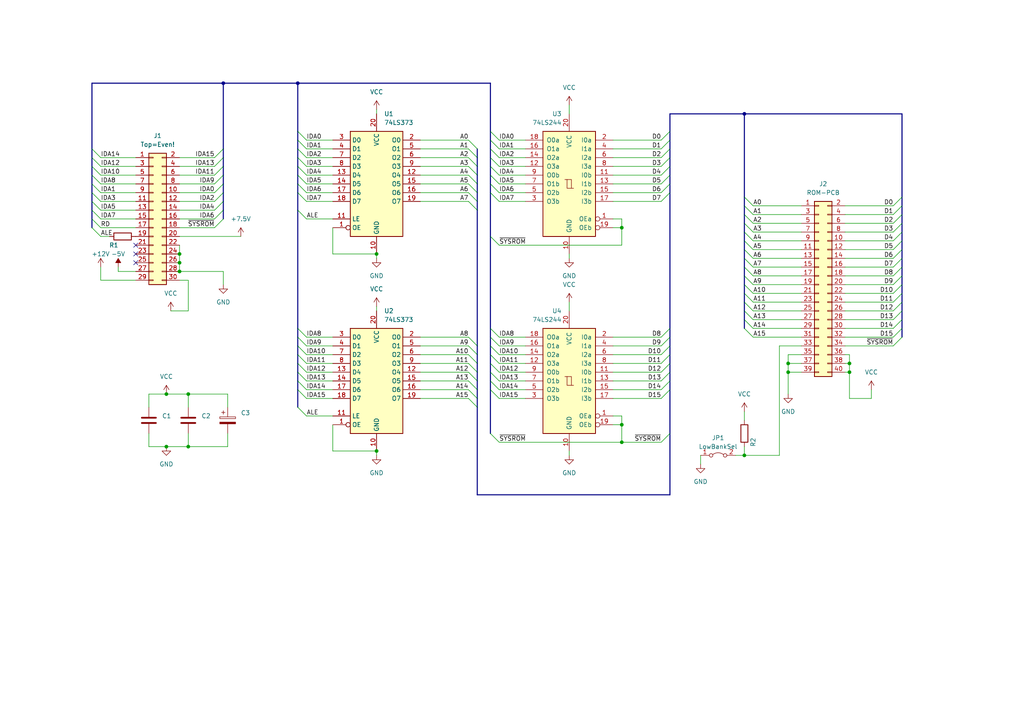
<source format=kicad_sch>
(kicad_sch (version 20230121) (generator eeschema)
  (paper "A4")
  (lib_symbols
    (symbol "74xx:74LS244" (pin_names (offset 1.016))
      (property "Reference" "U" (at -7.62 16.51 0))
      (property "Value" "74LS244" (at -7.62 -16.51 0))
      (symbol "74LS244_1_0"
        (polyline (pts (xy -0.635 -1.27) (xy -0.635 1.27) (xy 0.635 1.27)))
        (polyline (pts (xy -1.27 -1.27) (xy 0.635 -1.27) (xy 0.635 1.27) (xy 1.27 1.27)))
        (pin input inverted (at -12.7 -10.16 0) (length 5.08) (name "OEa") (number "1"))
        (pin power_in line (at 0 -20.32 90) (length 5.08) (name "GND") (number "10"))
        (pin input line (at -12.7 2.54 0) (length 5.08) (name "I0b") (number "11"))
        (pin tri_state line (at 12.7 5.08 180) (length 5.08) (name "O3a") (number "12"))
        (pin input line (at -12.7 0 0) (length 5.08) (name "I1b") (number "13"))
        (pin tri_state line (at 12.7 7.62 180) (length 5.08) (name "O2a") (number "14"))
        (pin input line (at -12.7 -2.54 0) (length 5.08) (name "I2b") (number "15"))
        (pin tri_state line (at 12.7 10.16 180) (length 5.08) (name "O1a") (number "16"))
        (pin input line (at -12.7 -5.08 0) (length 5.08) (name "I3b") (number "17"))
        (pin tri_state line (at 12.7 12.7 180) (length 5.08) (name "O0a") (number "18"))
        (pin input inverted (at -12.7 -12.7 0) (length 5.08) (name "OEb") (number "19"))
        (pin input line (at -12.7 12.7 0) (length 5.08) (name "I0a") (number "2"))
        (pin power_in line (at 0 20.32 270) (length 5.08) (name "VCC") (number "20"))
        (pin tri_state line (at 12.7 -5.08 180) (length 5.08) (name "O3b") (number "3"))
        (pin input line (at -12.7 10.16 0) (length 5.08) (name "I1a") (number "4"))
        (pin tri_state line (at 12.7 -2.54 180) (length 5.08) (name "O2b") (number "5"))
        (pin input line (at -12.7 7.62 0) (length 5.08) (name "I2a") (number "6"))
        (pin tri_state line (at 12.7 0 180) (length 5.08) (name "O1b") (number "7"))
        (pin input line (at -12.7 5.08 0) (length 5.08) (name "I3a") (number "8"))
        (pin tri_state line (at 12.7 2.54 180) (length 5.08) (name "O0b") (number "9"))
      )
      (symbol "74LS244_1_1"
        (rectangle (start -7.62 15.24) (end 7.62 -15.24) (stroke (width 0.254)) (fill (type background)))
      )
    )
    (symbol "74xx:74LS373"
      (property "Reference" "U" (at -7.62 16.51 0))
      (property "Value" "74LS373" (at -7.62 -16.51 0))
      (symbol "74LS373_1_0"
        (pin input inverted (at -12.7 -12.7 0) (length 5.08) (name "OE") (number "1"))
        (pin power_in line (at 0 -20.32 90) (length 5.08) (name "GND") (number "10"))
        (pin input line (at -12.7 -10.16 0) (length 5.08) (name "LE") (number "11"))
        (pin tri_state line (at 12.7 2.54 180) (length 5.08) (name "O4") (number "12"))
        (pin input line (at -12.7 2.54 0) (length 5.08) (name "D4") (number "13"))
        (pin input line (at -12.7 0 0) (length 5.08) (name "D5") (number "14"))
        (pin tri_state line (at 12.7 0 180) (length 5.08) (name "O5") (number "15"))
        (pin tri_state line (at 12.7 -2.54 180) (length 5.08) (name "O6") (number "16"))
        (pin input line (at -12.7 -2.54 0) (length 5.08) (name "D6") (number "17"))
        (pin input line (at -12.7 -5.08 0) (length 5.08) (name "D7") (number "18"))
        (pin tri_state line (at 12.7 -5.08 180) (length 5.08) (name "O7") (number "19"))
        (pin tri_state line (at 12.7 12.7 180) (length 5.08) (name "O0") (number "2"))
        (pin power_in line (at 0 20.32 270) (length 5.08) (name "VCC") (number "20"))
        (pin input line (at -12.7 12.7 0) (length 5.08) (name "D0") (number "3"))
        (pin input line (at -12.7 10.16 0) (length 5.08) (name "D1") (number "4"))
        (pin tri_state line (at 12.7 10.16 180) (length 5.08) (name "O1") (number "5"))
        (pin tri_state line (at 12.7 7.62 180) (length 5.08) (name "O2") (number "6"))
        (pin input line (at -12.7 7.62 0) (length 5.08) (name "D2") (number "7"))
        (pin input line (at -12.7 5.08 0) (length 5.08) (name "D3") (number "8"))
        (pin tri_state line (at 12.7 5.08 180) (length 5.08) (name "O3") (number "9"))
      )
      (symbol "74LS373_1_1"
        (rectangle (start -7.62 15.24) (end 7.62 -15.24) (stroke (width 0.254)) (fill (type background)))
      )
    )
    (symbol "Connector_Generic:Conn_02x15_Odd_Even" (pin_names (offset 1.016) hide)
      (property "Reference" "J" (at 1.27 20.32 0))
      (property "Value" "Conn_02x15_Odd_Even" (at 1.27 -20.32 0))
      (symbol "Conn_02x15_Odd_Even_1_1"
        (rectangle (start -1.27 -17.653) (end 0 -17.907) (stroke (width 0.1524)))
        (rectangle (start -1.27 -15.113) (end 0 -15.367) (stroke (width 0.1524)))
        (rectangle (start -1.27 -12.573) (end 0 -12.827) (stroke (width 0.1524)))
        (rectangle (start -1.27 -10.033) (end 0 -10.287) (stroke (width 0.1524)))
        (rectangle (start -1.27 -7.493) (end 0 -7.747) (stroke (width 0.1524)))
        (rectangle (start -1.27 -4.953) (end 0 -5.207) (stroke (width 0.1524)))
        (rectangle (start -1.27 -2.413) (end 0 -2.667) (stroke (width 0.1524)))
        (rectangle (start -1.27 0.127) (end 0 -0.127) (stroke (width 0.1524)))
        (rectangle (start -1.27 2.667) (end 0 2.413) (stroke (width 0.1524)))
        (rectangle (start -1.27 5.207) (end 0 4.953) (stroke (width 0.1524)))
        (rectangle (start -1.27 7.747) (end 0 7.493) (stroke (width 0.1524)))
        (rectangle (start -1.27 10.287) (end 0 10.033) (stroke (width 0.1524)))
        (rectangle (start -1.27 12.827) (end 0 12.573) (stroke (width 0.1524)))
        (rectangle (start -1.27 15.367) (end 0 15.113) (stroke (width 0.1524)))
        (rectangle (start -1.27 17.907) (end 0 17.653) (stroke (width 0.1524)))
        (rectangle (start -1.27 19.05) (end 3.81 -19.05) (stroke (width 0.254)) (fill (type background)))
        (rectangle (start 3.81 -17.653) (end 2.54 -17.907) (stroke (width 0.1524)))
        (rectangle (start 3.81 -15.113) (end 2.54 -15.367) (stroke (width 0.1524)))
        (rectangle (start 3.81 -12.573) (end 2.54 -12.827) (stroke (width 0.1524)))
        (rectangle (start 3.81 -10.033) (end 2.54 -10.287) (stroke (width 0.1524)))
        (rectangle (start 3.81 -7.493) (end 2.54 -7.747) (stroke (width 0.1524)))
        (rectangle (start 3.81 -4.953) (end 2.54 -5.207) (stroke (width 0.1524)))
        (rectangle (start 3.81 -2.413) (end 2.54 -2.667) (stroke (width 0.1524)))
        (rectangle (start 3.81 0.127) (end 2.54 -0.127) (stroke (width 0.1524)))
        (rectangle (start 3.81 2.667) (end 2.54 2.413) (stroke (width 0.1524)))
        (rectangle (start 3.81 5.207) (end 2.54 4.953) (stroke (width 0.1524)))
        (rectangle (start 3.81 7.747) (end 2.54 7.493) (stroke (width 0.1524)))
        (rectangle (start 3.81 10.287) (end 2.54 10.033) (stroke (width 0.1524)))
        (rectangle (start 3.81 12.827) (end 2.54 12.573) (stroke (width 0.1524)))
        (rectangle (start 3.81 15.367) (end 2.54 15.113) (stroke (width 0.1524)))
        (rectangle (start 3.81 17.907) (end 2.54 17.653) (stroke (width 0.1524)))
        (pin passive line (at -5.08 17.78 0) (length 3.81) (name "Pin_1") (number "1"))
        (pin passive line (at 7.62 7.62 180) (length 3.81) (name "Pin_10") (number "10"))
        (pin passive line (at -5.08 5.08 0) (length 3.81) (name "Pin_11") (number "11"))
        (pin passive line (at 7.62 5.08 180) (length 3.81) (name "Pin_12") (number "12"))
        (pin passive line (at -5.08 2.54 0) (length 3.81) (name "Pin_13") (number "13"))
        (pin passive line (at 7.62 2.54 180) (length 3.81) (name "Pin_14") (number "14"))
        (pin passive line (at -5.08 0 0) (length 3.81) (name "Pin_15") (number "15"))
        (pin passive line (at 7.62 0 180) (length 3.81) (name "Pin_16") (number "16"))
        (pin passive line (at -5.08 -2.54 0) (length 3.81) (name "Pin_17") (number "17"))
        (pin passive line (at 7.62 -2.54 180) (length 3.81) (name "Pin_18") (number "18"))
        (pin passive line (at -5.08 -5.08 0) (length 3.81) (name "Pin_19") (number "19"))
        (pin passive line (at 7.62 17.78 180) (length 3.81) (name "Pin_2") (number "2"))
        (pin passive line (at 7.62 -5.08 180) (length 3.81) (name "Pin_20") (number "20"))
        (pin passive line (at -5.08 -7.62 0) (length 3.81) (name "Pin_21") (number "21"))
        (pin passive line (at 7.62 -7.62 180) (length 3.81) (name "Pin_22") (number "22"))
        (pin passive line (at -5.08 -10.16 0) (length 3.81) (name "Pin_23") (number "23"))
        (pin passive line (at 7.62 -10.16 180) (length 3.81) (name "Pin_24") (number "24"))
        (pin passive line (at -5.08 -12.7 0) (length 3.81) (name "Pin_25") (number "25"))
        (pin passive line (at 7.62 -12.7 180) (length 3.81) (name "Pin_26") (number "26"))
        (pin passive line (at -5.08 -15.24 0) (length 3.81) (name "Pin_27") (number "27"))
        (pin passive line (at 7.62 -15.24 180) (length 3.81) (name "Pin_28") (number "28"))
        (pin passive line (at -5.08 -17.78 0) (length 3.81) (name "Pin_29") (number "29"))
        (pin passive line (at -5.08 15.24 0) (length 3.81) (name "Pin_3") (number "3"))
        (pin passive line (at 7.62 -17.78 180) (length 3.81) (name "Pin_30") (number "30"))
        (pin passive line (at 7.62 15.24 180) (length 3.81) (name "Pin_4") (number "4"))
        (pin passive line (at -5.08 12.7 0) (length 3.81) (name "Pin_5") (number "5"))
        (pin passive line (at 7.62 12.7 180) (length 3.81) (name "Pin_6") (number "6"))
        (pin passive line (at -5.08 10.16 0) (length 3.81) (name "Pin_7") (number "7"))
        (pin passive line (at 7.62 10.16 180) (length 3.81) (name "Pin_8") (number "8"))
        (pin passive line (at -5.08 7.62 0) (length 3.81) (name "Pin_9") (number "9"))
      )
    )
    (symbol "Connector_Generic:Conn_02x20_Odd_Even" (pin_names (offset 1.016) hide)
      (property "Reference" "J" (at 1.27 25.4 0))
      (property "Value" "Conn_02x20_Odd_Even" (at 1.27 -27.94 0))
      (symbol "Conn_02x20_Odd_Even_1_1"
        (rectangle (start -1.27 -25.273) (end 0 -25.527) (stroke (width 0.1524)))
        (rectangle (start -1.27 -22.733) (end 0 -22.987) (stroke (width 0.1524)))
        (rectangle (start -1.27 -20.193) (end 0 -20.447) (stroke (width 0.1524)))
        (rectangle (start -1.27 -17.653) (end 0 -17.907) (stroke (width 0.1524)))
        (rectangle (start -1.27 -15.113) (end 0 -15.367) (stroke (width 0.1524)))
        (rectangle (start -1.27 -12.573) (end 0 -12.827) (stroke (width 0.1524)))
        (rectangle (start -1.27 -10.033) (end 0 -10.287) (stroke (width 0.1524)))
        (rectangle (start -1.27 -7.493) (end 0 -7.747) (stroke (width 0.1524)))
        (rectangle (start -1.27 -4.953) (end 0 -5.207) (stroke (width 0.1524)))
        (rectangle (start -1.27 -2.413) (end 0 -2.667) (stroke (width 0.1524)))
        (rectangle (start -1.27 0.127) (end 0 -0.127) (stroke (width 0.1524)))
        (rectangle (start -1.27 2.667) (end 0 2.413) (stroke (width 0.1524)))
        (rectangle (start -1.27 5.207) (end 0 4.953) (stroke (width 0.1524)))
        (rectangle (start -1.27 7.747) (end 0 7.493) (stroke (width 0.1524)))
        (rectangle (start -1.27 10.287) (end 0 10.033) (stroke (width 0.1524)))
        (rectangle (start -1.27 12.827) (end 0 12.573) (stroke (width 0.1524)))
        (rectangle (start -1.27 15.367) (end 0 15.113) (stroke (width 0.1524)))
        (rectangle (start -1.27 17.907) (end 0 17.653) (stroke (width 0.1524)))
        (rectangle (start -1.27 20.447) (end 0 20.193) (stroke (width 0.1524)))
        (rectangle (start -1.27 22.987) (end 0 22.733) (stroke (width 0.1524)))
        (rectangle (start -1.27 24.13) (end 3.81 -26.67) (stroke (width 0.254)) (fill (type background)))
        (rectangle (start 3.81 -25.273) (end 2.54 -25.527) (stroke (width 0.1524)))
        (rectangle (start 3.81 -22.733) (end 2.54 -22.987) (stroke (width 0.1524)))
        (rectangle (start 3.81 -20.193) (end 2.54 -20.447) (stroke (width 0.1524)))
        (rectangle (start 3.81 -17.653) (end 2.54 -17.907) (stroke (width 0.1524)))
        (rectangle (start 3.81 -15.113) (end 2.54 -15.367) (stroke (width 0.1524)))
        (rectangle (start 3.81 -12.573) (end 2.54 -12.827) (stroke (width 0.1524)))
        (rectangle (start 3.81 -10.033) (end 2.54 -10.287) (stroke (width 0.1524)))
        (rectangle (start 3.81 -7.493) (end 2.54 -7.747) (stroke (width 0.1524)))
        (rectangle (start 3.81 -4.953) (end 2.54 -5.207) (stroke (width 0.1524)))
        (rectangle (start 3.81 -2.413) (end 2.54 -2.667) (stroke (width 0.1524)))
        (rectangle (start 3.81 0.127) (end 2.54 -0.127) (stroke (width 0.1524)))
        (rectangle (start 3.81 2.667) (end 2.54 2.413) (stroke (width 0.1524)))
        (rectangle (start 3.81 5.207) (end 2.54 4.953) (stroke (width 0.1524)))
        (rectangle (start 3.81 7.747) (end 2.54 7.493) (stroke (width 0.1524)))
        (rectangle (start 3.81 10.287) (end 2.54 10.033) (stroke (width 0.1524)))
        (rectangle (start 3.81 12.827) (end 2.54 12.573) (stroke (width 0.1524)))
        (rectangle (start 3.81 15.367) (end 2.54 15.113) (stroke (width 0.1524)))
        (rectangle (start 3.81 17.907) (end 2.54 17.653) (stroke (width 0.1524)))
        (rectangle (start 3.81 20.447) (end 2.54 20.193) (stroke (width 0.1524)))
        (rectangle (start 3.81 22.987) (end 2.54 22.733) (stroke (width 0.1524)))
        (pin passive line (at -5.08 22.86 0) (length 3.81) (name "Pin_1") (number "1"))
        (pin passive line (at 7.62 12.7 180) (length 3.81) (name "Pin_10") (number "10"))
        (pin passive line (at -5.08 10.16 0) (length 3.81) (name "Pin_11") (number "11"))
        (pin passive line (at 7.62 10.16 180) (length 3.81) (name "Pin_12") (number "12"))
        (pin passive line (at -5.08 7.62 0) (length 3.81) (name "Pin_13") (number "13"))
        (pin passive line (at 7.62 7.62 180) (length 3.81) (name "Pin_14") (number "14"))
        (pin passive line (at -5.08 5.08 0) (length 3.81) (name "Pin_15") (number "15"))
        (pin passive line (at 7.62 5.08 180) (length 3.81) (name "Pin_16") (number "16"))
        (pin passive line (at -5.08 2.54 0) (length 3.81) (name "Pin_17") (number "17"))
        (pin passive line (at 7.62 2.54 180) (length 3.81) (name "Pin_18") (number "18"))
        (pin passive line (at -5.08 0 0) (length 3.81) (name "Pin_19") (number "19"))
        (pin passive line (at 7.62 22.86 180) (length 3.81) (name "Pin_2") (number "2"))
        (pin passive line (at 7.62 0 180) (length 3.81) (name "Pin_20") (number "20"))
        (pin passive line (at -5.08 -2.54 0) (length 3.81) (name "Pin_21") (number "21"))
        (pin passive line (at 7.62 -2.54 180) (length 3.81) (name "Pin_22") (number "22"))
        (pin passive line (at -5.08 -5.08 0) (length 3.81) (name "Pin_23") (number "23"))
        (pin passive line (at 7.62 -5.08 180) (length 3.81) (name "Pin_24") (number "24"))
        (pin passive line (at -5.08 -7.62 0) (length 3.81) (name "Pin_25") (number "25"))
        (pin passive line (at 7.62 -7.62 180) (length 3.81) (name "Pin_26") (number "26"))
        (pin passive line (at -5.08 -10.16 0) (length 3.81) (name "Pin_27") (number "27"))
        (pin passive line (at 7.62 -10.16 180) (length 3.81) (name "Pin_28") (number "28"))
        (pin passive line (at -5.08 -12.7 0) (length 3.81) (name "Pin_29") (number "29"))
        (pin passive line (at -5.08 20.32 0) (length 3.81) (name "Pin_3") (number "3"))
        (pin passive line (at 7.62 -12.7 180) (length 3.81) (name "Pin_30") (number "30"))
        (pin passive line (at -5.08 -15.24 0) (length 3.81) (name "Pin_31") (number "31"))
        (pin passive line (at 7.62 -15.24 180) (length 3.81) (name "Pin_32") (number "32"))
        (pin passive line (at -5.08 -17.78 0) (length 3.81) (name "Pin_33") (number "33"))
        (pin passive line (at 7.62 -17.78 180) (length 3.81) (name "Pin_34") (number "34"))
        (pin passive line (at -5.08 -20.32 0) (length 3.81) (name "Pin_35") (number "35"))
        (pin passive line (at 7.62 -20.32 180) (length 3.81) (name "Pin_36") (number "36"))
        (pin passive line (at -5.08 -22.86 0) (length 3.81) (name "Pin_37") (number "37"))
        (pin passive line (at 7.62 -22.86 180) (length 3.81) (name "Pin_38") (number "38"))
        (pin passive line (at -5.08 -25.4 0) (length 3.81) (name "Pin_39") (number "39"))
        (pin passive line (at 7.62 20.32 180) (length 3.81) (name "Pin_4") (number "4"))
        (pin passive line (at 7.62 -25.4 180) (length 3.81) (name "Pin_40") (number "40"))
        (pin passive line (at -5.08 17.78 0) (length 3.81) (name "Pin_5") (number "5"))
        (pin passive line (at 7.62 17.78 180) (length 3.81) (name "Pin_6") (number "6"))
        (pin passive line (at -5.08 15.24 0) (length 3.81) (name "Pin_7") (number "7"))
        (pin passive line (at 7.62 15.24 180) (length 3.81) (name "Pin_8") (number "8"))
        (pin passive line (at -5.08 12.7 0) (length 3.81) (name "Pin_9") (number "9"))
      )
    )
    (symbol "Device:C" (pin_numbers hide) (pin_names (offset 0.254))
      (property "Reference" "C" (at 0.635 2.54 0))
      (property "Value" "C" (at 0.635 -2.54 0))
      (symbol "C_0_1"
        (polyline (pts (xy -2.032 -0.762) (xy 2.032 -0.762)) (stroke (width 0.508)))
        (polyline (pts (xy -2.032 0.762) (xy 2.032 0.762)) (stroke (width 0.508)))
      )
      (symbol "C_1_1"
        (pin passive line (at 0 3.81 270) (length 2.794) (name "~") (number "1"))
        (pin passive line (at 0 -3.81 90) (length 2.794) (name "~") (number "2"))
      )
    )
    (symbol "Device:C_Polarized" (pin_numbers hide) (pin_names (offset 0.254))
      (property "Reference" "C" (at 0.635 2.54 0))
      (property "Value" "C_Polarized" (at 0.635 -2.54 0))
      (symbol "C_Polarized_0_1"
        (rectangle (start -2.286 0.508) (end 2.286 1.016))
        (polyline (pts (xy -1.778 2.286) (xy -0.762 2.286)))
        (polyline (pts (xy -1.27 2.794) (xy -1.27 1.778)))
        (rectangle (start 2.286 -0.508) (end -2.286 -1.016) (fill (type outline)))
      )
      (symbol "C_Polarized_1_1"
        (pin passive line (at 0 3.81 270) (length 2.794) (name "~") (number "1"))
        (pin passive line (at 0 -3.81 90) (length 2.794) (name "~") (number "2"))
      )
    )
    (symbol "Device:R" (pin_numbers hide) (pin_names (offset 0))
      (property "Reference" "R" (at 2.032 0 90))
      (property "Value" "R" (at 0 0 90))
      (symbol "R_0_1"
        (rectangle (start -1.016 -2.54) (end 1.016 2.54) (stroke (width 0.254)))
      )
      (symbol "R_1_1"
        (pin passive line (at 0 3.81 270) (length 1.27) (name "~") (number "1"))
        (pin passive line (at 0 -3.81 90) (length 1.27) (name "~") (number "2"))
      )
    )
    (symbol "Jumper:Jumper_2_Bridged" (pin_names (offset 0) hide)
      (property "Reference" "JP" (at 0 1.905 0))
      (property "Value" "Jumper_2_Bridged" (at 0 -2.54 0))
      (symbol "Jumper_2_Bridged_0_0"
        (circle (center -2.032 0) (radius 0.508))
        (circle (center 2.032 0) (radius 0.508))
      )
      (symbol "Jumper_2_Bridged_0_1"
        (arc (start 1.524 0.254) (mid 0 0.762) (end -1.524 0.254))
      )
      (symbol "Jumper_2_Bridged_1_1"
        (pin passive line (at -5.08 0 0) (length 2.54) (name "A") (number "1"))
        (pin passive line (at 5.08 0 180) (length 2.54) (name "B") (number "2"))
      )
    )
    (symbol "power:+12V" (power) (pin_names (offset 0))
      (property "Value" "+12V" (at 0 3.556 0))
      (symbol "+12V_0_1"
        (polyline (pts (xy -0.762 1.27) (xy 0 2.54)))
        (polyline (pts (xy 0 0) (xy 0 2.54)))
        (polyline (pts (xy 0 2.54) (xy 0.762 1.27)))
      )
      (symbol "+12V_1_1"
        (pin power_in line (at 0 0 90) (length 0) hide (name "+12V") (number "1"))
      )
    )
    (symbol "power:+7.5V" (power) (pin_names (offset 0))
      (property "Value" "+7.5V" (at 0 3.556 0))
      (symbol "+7.5V_0_1"
        (polyline (pts (xy -0.762 1.27) (xy 0 2.54)))
        (polyline (pts (xy 0 0) (xy 0 2.54)))
        (polyline (pts (xy 0 2.54) (xy 0.762 1.27)))
      )
      (symbol "+7.5V_1_1"
        (pin power_in line (at 0 0 90) (length 0) hide (name "+7.5V") (number "1"))
      )
    )
    (symbol "power:-5V" (power) (pin_names (offset 0))
      (property "Value" "-5V" (at 0 3.81 0))
      (symbol "-5V_0_0"
        (pin power_in line (at 0 0 90) (length 0) hide (name "-5V") (number "1"))
      )
      (symbol "-5V_0_1"
        (polyline (pts (xy 0 0) (xy 0 1.27) (xy 0.762 1.27) (xy 0 2.54) (xy -0.762 1.27) (xy 0 1.27)) (fill (type outline)))
      )
    )
    (symbol "power:GND" (power) (pin_names (offset 0))
      (property "Value" "GND" (at 0 -3.81 0))
      (symbol "GND_0_1"
        (polyline (pts (xy 0 0) (xy 0 -1.27) (xy 1.27 -1.27) (xy 0 -2.54) (xy -1.27 -1.27) (xy 0 -1.27)))
      )
      (symbol "GND_1_1"
        (pin power_in line (at 0 0 270) (length 0) hide (name "GND") (number "1"))
      )
    )
    (symbol "power:VCC" (power) (pin_names (offset 0))
      (property "Value" "VCC" (at 0 3.81 0))
      (symbol "VCC_0_1"
        (polyline (pts (xy -0.762 1.27) (xy 0 2.54)))
        (polyline (pts (xy 0 0) (xy 0 2.54)))
        (polyline (pts (xy 0 2.54) (xy 0.762 1.27)))
      )
      (symbol "VCC_1_1"
        (pin power_in line (at 0 0 90) (length 0) hide (name "VCC") (number "1"))
      )
    )
  )
  (bus_alias "IDA" (members "IDA{0-15}"))
  (junction (at 228.6 105.41))
  (junction (at 48.26 114.3))
  (junction (at 109.22 130.81))
  (junction (at 180.34 128.27))
  (junction (at 109.22 73.66))
  (junction (at 215.9 33.02))
  (junction (at 52.07 78.74))
  (junction (at 52.07 76.2))
  (junction (at 52.07 73.66))
  (junction (at 48.26 129.54))
  (junction (at 246.38 107.95))
  (junction (at 228.6 107.95))
  (junction (at 180.34 123.19))
  (junction (at 86.36 24.13))
  (junction (at 54.61 129.54))
  (junction (at 64.77 24.13))
  (junction (at 246.38 105.41))
  (junction (at 180.34 66.04))
  (junction (at 54.61 114.3))
  (junction (at 215.9 132.08))
  (no_connect (at 39.37 76.2))
  (no_connect (at 39.37 71.12))
  (no_connect (at 39.37 73.66))
  (bus_entry (at 218.44 97.79) (size -2.54 -2.54))
  (bus_entry (at 261.62 95.25) (size -2.54 2.54))
  (bus_entry (at 142.24 95.25) (size 2.54 2.54))
  (bus_entry (at 135.89 102.87) (size 2.54 2.54))
  (bus_entry (at 26.67 58.42) (size 2.54 2.54))
  (bus_entry (at 86.36 38.1) (size 2.54 2.54))
  (bus_entry (at 135.89 115.57) (size 2.54 2.54))
  (bus_entry (at 135.89 97.79) (size 2.54 2.54))
  (bus_entry (at 194.31 125.73) (size -2.54 2.54))
  (bus_entry (at 261.62 85.09) (size -2.54 2.54))
  (bus_entry (at 261.62 72.39) (size -2.54 2.54))
  (bus_entry (at 261.62 82.55) (size -2.54 2.54))
  (bus_entry (at 26.67 63.5) (size 2.54 2.54))
  (bus_entry (at 64.77 43.18) (size -2.54 2.54))
  (bus_entry (at 135.89 105.41) (size 2.54 2.54))
  (bus_entry (at 86.36 43.18) (size 2.54 2.54))
  (bus_entry (at 64.77 55.88) (size -2.54 2.54))
  (bus_entry (at 135.89 40.64) (size 2.54 2.54))
  (bus_entry (at 64.77 48.26) (size -2.54 2.54))
  (bus_entry (at 142.24 48.26) (size 2.54 2.54))
  (bus_entry (at 194.31 107.95) (size -2.54 2.54))
  (bus_entry (at 261.62 90.17) (size -2.54 2.54))
  (bus_entry (at 142.24 43.18) (size 2.54 2.54))
  (bus_entry (at 86.36 40.64) (size 2.54 2.54))
  (bus_entry (at 86.36 97.79) (size 2.54 2.54))
  (bus_entry (at 261.62 80.01) (size -2.54 2.54))
  (bus_entry (at 218.44 77.47) (size -2.54 -2.54))
  (bus_entry (at 218.44 85.09) (size -2.54 -2.54))
  (bus_entry (at 194.31 100.33) (size -2.54 2.54))
  (bus_entry (at 135.89 107.95) (size 2.54 2.54))
  (bus_entry (at 26.67 50.8) (size 2.54 2.54))
  (bus_entry (at 218.44 92.71) (size -2.54 -2.54))
  (bus_entry (at 218.44 95.25) (size -2.54 -2.54))
  (bus_entry (at 142.24 100.33) (size 2.54 2.54))
  (bus_entry (at 142.24 68.58) (size 2.54 2.54))
  (bus_entry (at 218.44 90.17) (size -2.54 -2.54))
  (bus_entry (at 86.36 110.49) (size 2.54 2.54))
  (bus_entry (at 86.36 60.96) (size 2.54 2.54))
  (bus_entry (at 218.44 64.77) (size -2.54 -2.54))
  (bus_entry (at 64.77 45.72) (size -2.54 2.54))
  (bus_entry (at 142.24 53.34) (size 2.54 2.54))
  (bus_entry (at 135.89 55.88) (size 2.54 2.54))
  (bus_entry (at 261.62 67.31) (size -2.54 2.54))
  (bus_entry (at 261.62 92.71) (size -2.54 2.54))
  (bus_entry (at 261.62 62.23) (size -2.54 2.54))
  (bus_entry (at 218.44 62.23) (size -2.54 -2.54))
  (bus_entry (at 218.44 72.39) (size -2.54 -2.54))
  (bus_entry (at 142.24 107.95) (size 2.54 2.54))
  (bus_entry (at 86.36 107.95) (size 2.54 2.54))
  (bus_entry (at 135.89 110.49) (size 2.54 2.54))
  (bus_entry (at 218.44 87.63) (size -2.54 -2.54))
  (bus_entry (at 194.31 48.26) (size -2.54 2.54))
  (bus_entry (at 142.24 55.88) (size 2.54 2.54))
  (bus_entry (at 26.67 60.96) (size 2.54 2.54))
  (bus_entry (at 194.31 97.79) (size -2.54 2.54))
  (bus_entry (at 261.62 87.63) (size -2.54 2.54))
  (bus_entry (at 142.24 110.49) (size 2.54 2.54))
  (bus_entry (at 194.31 40.64) (size -2.54 2.54))
  (bus_entry (at 142.24 125.73) (size 2.54 2.54))
  (bus_entry (at 86.36 102.87) (size 2.54 2.54))
  (bus_entry (at 218.44 74.93) (size -2.54 -2.54))
  (bus_entry (at 135.89 48.26) (size 2.54 2.54))
  (bus_entry (at 194.31 38.1) (size -2.54 2.54))
  (bus_entry (at 194.31 113.03) (size -2.54 2.54))
  (bus_entry (at 261.62 59.69) (size -2.54 2.54))
  (bus_entry (at 86.36 48.26) (size 2.54 2.54))
  (bus_entry (at 142.24 102.87) (size 2.54 2.54))
  (bus_entry (at 194.31 55.88) (size -2.54 2.54))
  (bus_entry (at 218.44 69.85) (size -2.54 -2.54))
  (bus_entry (at 135.89 100.33) (size 2.54 2.54))
  (bus_entry (at 142.24 45.72) (size 2.54 2.54))
  (bus_entry (at 142.24 38.1) (size 2.54 2.54))
  (bus_entry (at 218.44 82.55) (size -2.54 -2.54))
  (bus_entry (at 86.36 118.11) (size 2.54 2.54))
  (bus_entry (at 86.36 105.41) (size 2.54 2.54))
  (bus_entry (at 142.24 113.03) (size 2.54 2.54))
  (bus_entry (at 135.89 43.18) (size 2.54 2.54))
  (bus_entry (at 142.24 40.64) (size 2.54 2.54))
  (bus_entry (at 218.44 80.01) (size -2.54 -2.54))
  (bus_entry (at 261.62 77.47) (size -2.54 2.54))
  (bus_entry (at 86.36 50.8) (size 2.54 2.54))
  (bus_entry (at 26.67 55.88) (size 2.54 2.54))
  (bus_entry (at 261.62 57.15) (size -2.54 2.54))
  (bus_entry (at 261.62 69.85) (size -2.54 2.54))
  (bus_entry (at 64.77 63.5) (size -2.54 2.54))
  (bus_entry (at 261.62 97.79) (size -2.54 2.54))
  (bus_entry (at 218.44 59.69) (size -2.54 -2.54))
  (bus_entry (at 142.24 97.79) (size 2.54 2.54))
  (bus_entry (at 86.36 95.25) (size 2.54 2.54))
  (bus_entry (at 135.89 50.8) (size 2.54 2.54))
  (bus_entry (at 194.31 43.18) (size -2.54 2.54))
  (bus_entry (at 194.31 45.72) (size -2.54 2.54))
  (bus_entry (at 86.36 45.72) (size 2.54 2.54))
  (bus_entry (at 26.67 53.34) (size 2.54 2.54))
  (bus_entry (at 86.36 100.33) (size 2.54 2.54))
  (bus_entry (at 26.67 48.26) (size 2.54 2.54))
  (bus_entry (at 194.31 95.25) (size -2.54 2.54))
  (bus_entry (at 64.77 50.8) (size -2.54 2.54))
  (bus_entry (at 135.89 58.42) (size 2.54 2.54))
  (bus_entry (at 142.24 105.41) (size 2.54 2.54))
  (bus_entry (at 26.67 45.72) (size 2.54 2.54))
  (bus_entry (at 218.44 67.31) (size -2.54 -2.54))
  (bus_entry (at 26.67 43.18) (size 2.54 2.54))
  (bus_entry (at 135.89 113.03) (size 2.54 2.54))
  (bus_entry (at 64.77 53.34) (size -2.54 2.54))
  (bus_entry (at 261.62 74.93) (size -2.54 2.54))
  (bus_entry (at 142.24 50.8) (size 2.54 2.54))
  (bus_entry (at 86.36 113.03) (size 2.54 2.54))
  (bus_entry (at 194.31 53.34) (size -2.54 2.54))
  (bus_entry (at 135.89 45.72) (size 2.54 2.54))
  (bus_entry (at 64.77 60.96) (size -2.54 2.54))
  (bus_entry (at 135.89 53.34) (size 2.54 2.54))
  (bus_entry (at 86.36 53.34) (size 2.54 2.54))
  (bus_entry (at 86.36 55.88) (size 2.54 2.54))
  (bus_entry (at 194.31 50.8) (size -2.54 2.54))
  (bus_entry (at 194.31 105.41) (size -2.54 2.54))
  (bus_entry (at 261.62 64.77) (size -2.54 2.54))
  (bus_entry (at 194.31 110.49) (size -2.54 2.54))
  (bus_entry (at 194.31 102.87) (size -2.54 2.54))
  (bus_entry (at 26.67 66.04) (size 2.54 2.54))
  (bus_entry (at 64.77 58.42) (size -2.54 2.54))
  (wire (pts (xy 66.04 129.54) (xy 54.61 129.54)))
  (bus (pts (xy 194.31 107.95) (xy 194.31 110.49)))
  (bus (pts (xy 261.62 90.17) (xy 261.62 92.71)))
  (bus (pts (xy 64.77 60.96) (xy 64.77 63.5)))
  (wire (pts (xy 88.9 107.95) (xy 96.52 107.95)))
  (wire (pts (xy 144.78 43.18) (xy 152.4 43.18)))
  (bus (pts (xy 26.67 48.26) (xy 26.67 50.8)))
  (wire (pts (xy 177.8 115.57) (xy 191.77 115.57)))
  (wire (pts (xy 29.21 63.5) (xy 39.37 63.5)))
  (bus (pts (xy 215.9 74.93) (xy 215.9 77.47)))
  (wire (pts (xy 252.73 115.57) (xy 252.73 113.03)))
  (bus (pts (xy 142.24 55.88) (xy 142.24 68.58)))
  (bus (pts (xy 86.36 95.25) (xy 86.36 97.79)))
  (bus (pts (xy 86.36 107.95) (xy 86.36 110.49)))
  (wire (pts (xy 29.21 50.8) (xy 39.37 50.8)))
  (wire (pts (xy 177.8 123.19) (xy 180.34 123.19)))
  (bus (pts (xy 261.62 95.25) (xy 261.62 97.79)))
  (wire (pts (xy 88.9 48.26) (xy 96.52 48.26)))
  (wire (pts (xy 64.77 78.74) (xy 52.07 78.74)))
  (bus (pts (xy 86.36 45.72) (xy 86.36 48.26)))
  (wire (pts (xy 215.9 132.08) (xy 213.36 132.08)))
  (wire (pts (xy 29.21 48.26) (xy 39.37 48.26)))
  (bus (pts (xy 142.24 50.8) (xy 142.24 53.34)))
  (wire (pts (xy 245.11 59.69) (xy 259.08 59.69)))
  (bus (pts (xy 194.31 113.03) (xy 194.31 125.73)))
  (bus (pts (xy 26.67 55.88) (xy 26.67 58.42)))
  (bus (pts (xy 142.24 48.26) (xy 142.24 50.8)))
  (wire (pts (xy 177.8 53.34) (xy 191.77 53.34)))
  (wire (pts (xy 232.41 74.93) (xy 218.44 74.93)))
  (bus (pts (xy 261.62 67.31) (xy 261.62 69.85)))
  (bus (pts (xy 142.24 40.64) (xy 142.24 43.18)))
  (bus (pts (xy 215.9 33.02) (xy 261.62 33.02)))
  (bus (pts (xy 86.36 48.26) (xy 86.36 50.8)))
  (wire (pts (xy 228.6 107.95) (xy 232.41 107.95)))
  (wire (pts (xy 52.07 50.8) (xy 62.23 50.8)))
  (wire (pts (xy 246.38 102.87) (xy 246.38 105.41)))
  (wire (pts (xy 246.38 107.95) (xy 245.11 107.95)))
  (wire (pts (xy 144.78 110.49) (xy 152.4 110.49)))
  (bus (pts (xy 261.62 33.02) (xy 261.62 57.15)))
  (bus (pts (xy 261.62 59.69) (xy 261.62 62.23)))
  (wire (pts (xy 43.18 118.11) (xy 43.18 114.3)))
  (bus (pts (xy 142.24 113.03) (xy 142.24 125.73)))
  (wire (pts (xy 121.92 58.42) (xy 135.89 58.42)))
  (bus (pts (xy 215.9 59.69) (xy 215.9 57.15)))
  (wire (pts (xy 232.41 80.01) (xy 218.44 80.01)))
  (wire (pts (xy 121.92 40.64) (xy 135.89 40.64)))
  (bus (pts (xy 86.36 40.64) (xy 86.36 43.18)))
  (bus (pts (xy 194.31 33.02) (xy 215.9 33.02)))
  (wire (pts (xy 109.22 88.9) (xy 109.22 90.17)))
  (wire (pts (xy 165.1 30.48) (xy 165.1 33.02)))
  (wire (pts (xy 245.11 95.25) (xy 259.08 95.25)))
  (wire (pts (xy 121.92 50.8) (xy 135.89 50.8)))
  (bus (pts (xy 142.24 24.13) (xy 142.24 38.1)))
  (wire (pts (xy 34.29 78.74) (xy 39.37 78.74)))
  (wire (pts (xy 96.52 130.81) (xy 109.22 130.81)))
  (wire (pts (xy 177.8 107.95) (xy 191.77 107.95)))
  (bus (pts (xy 86.36 50.8) (xy 86.36 53.34)))
  (wire (pts (xy 88.9 45.72) (xy 96.52 45.72)))
  (wire (pts (xy 165.1 87.63) (xy 165.1 90.17)))
  (wire (pts (xy 52.07 55.88) (xy 62.23 55.88)))
  (wire (pts (xy 144.78 45.72) (xy 152.4 45.72)))
  (bus (pts (xy 261.62 57.15) (xy 261.62 59.69)))
  (bus (pts (xy 26.67 24.13) (xy 26.67 43.18)))
  (wire (pts (xy 144.78 50.8) (xy 152.4 50.8)))
  (bus (pts (xy 194.31 38.1) (xy 194.31 40.64)))
  (bus (pts (xy 215.9 95.25) (xy 215.9 92.71)))
  (bus (pts (xy 194.31 48.26) (xy 194.31 50.8)))
  (wire (pts (xy 177.8 120.65) (xy 180.34 120.65)))
  (bus (pts (xy 142.24 105.41) (xy 142.24 107.95)))
  (wire (pts (xy 232.41 69.85) (xy 218.44 69.85)))
  (wire (pts (xy 121.92 107.95) (xy 135.89 107.95)))
  (bus (pts (xy 64.77 58.42) (xy 64.77 55.88)))
  (wire (pts (xy 88.9 55.88) (xy 96.52 55.88)))
  (bus (pts (xy 194.31 40.64) (xy 194.31 43.18)))
  (wire (pts (xy 232.41 102.87) (xy 228.6 102.87)))
  (wire (pts (xy 177.8 40.64) (xy 191.77 40.64)))
  (wire (pts (xy 144.78 113.03) (xy 152.4 113.03)))
  (wire (pts (xy 232.41 59.69) (xy 218.44 59.69)))
  (wire (pts (xy 177.8 113.03) (xy 191.77 113.03)))
  (wire (pts (xy 215.9 119.38) (xy 215.9 121.92)))
  (wire (pts (xy 52.07 58.42) (xy 62.23 58.42)))
  (bus (pts (xy 142.24 107.95) (xy 142.24 110.49)))
  (wire (pts (xy 228.6 107.95) (xy 228.6 114.3)))
  (wire (pts (xy 88.9 97.79) (xy 96.52 97.79)))
  (wire (pts (xy 121.92 100.33) (xy 135.89 100.33)))
  (wire (pts (xy 121.92 110.49) (xy 135.89 110.49)))
  (bus (pts (xy 194.31 143.51) (xy 138.43 143.51)))
  (wire (pts (xy 232.41 72.39) (xy 218.44 72.39)))
  (wire (pts (xy 245.11 62.23) (xy 259.08 62.23)))
  (bus (pts (xy 261.62 92.71) (xy 261.62 95.25)))
  (wire (pts (xy 144.78 55.88) (xy 152.4 55.88)))
  (wire (pts (xy 121.92 113.03) (xy 135.89 113.03)))
  (bus (pts (xy 142.24 45.72) (xy 142.24 48.26)))
  (wire (pts (xy 232.41 85.09) (xy 218.44 85.09)))
  (bus (pts (xy 215.9 85.09) (xy 215.9 82.55)))
  (wire (pts (xy 144.78 58.42) (xy 152.4 58.42)))
  (wire (pts (xy 121.92 53.34) (xy 135.89 53.34)))
  (bus (pts (xy 261.62 77.47) (xy 261.62 80.01)))
  (wire (pts (xy 54.61 129.54) (xy 48.26 129.54)))
  (wire (pts (xy 245.11 80.01) (xy 259.08 80.01)))
  (wire (pts (xy 54.61 90.17) (xy 54.61 81.28)))
  (wire (pts (xy 49.53 90.17) (xy 54.61 90.17)))
  (bus (pts (xy 142.24 110.49) (xy 142.24 113.03)))
  (bus (pts (xy 142.24 43.18) (xy 142.24 45.72)))
  (wire (pts (xy 177.8 110.49) (xy 191.77 110.49)))
  (wire (pts (xy 144.78 71.12) (xy 180.34 71.12)))
  (wire (pts (xy 109.22 73.66) (xy 109.22 74.93)))
  (wire (pts (xy 203.2 132.08) (xy 203.2 134.62)))
  (wire (pts (xy 177.8 105.41) (xy 191.77 105.41)))
  (wire (pts (xy 29.21 77.47) (xy 29.21 81.28)))
  (wire (pts (xy 54.61 114.3) (xy 54.61 118.11)))
  (wire (pts (xy 48.26 114.3) (xy 54.61 114.3)))
  (wire (pts (xy 88.9 102.87) (xy 96.52 102.87)))
  (bus (pts (xy 138.43 43.18) (xy 138.43 45.72)))
  (wire (pts (xy 232.41 64.77) (xy 218.44 64.77)))
  (bus (pts (xy 86.36 24.13) (xy 86.36 38.1)))
  (wire (pts (xy 165.1 73.66) (xy 165.1 74.93)))
  (bus (pts (xy 86.36 113.03) (xy 86.36 118.11)))
  (bus (pts (xy 194.31 33.02) (xy 194.31 38.1)))
  (bus (pts (xy 86.36 100.33) (xy 86.36 102.87)))
  (wire (pts (xy 52.07 53.34) (xy 62.23 53.34)))
  (wire (pts (xy 232.41 90.17) (xy 218.44 90.17)))
  (bus (pts (xy 86.36 102.87) (xy 86.36 105.41)))
  (bus (pts (xy 64.77 55.88) (xy 64.77 53.34)))
  (bus (pts (xy 215.9 80.01) (xy 215.9 77.47)))
  (bus (pts (xy 26.67 53.34) (xy 26.67 55.88)))
  (wire (pts (xy 88.9 120.65) (xy 96.52 120.65)))
  (bus (pts (xy 194.31 97.79) (xy 194.31 100.33)))
  (wire (pts (xy 232.41 95.25) (xy 218.44 95.25)))
  (bus (pts (xy 138.43 60.96) (xy 138.43 100.33)))
  (wire (pts (xy 88.9 58.42) (xy 96.52 58.42)))
  (wire (pts (xy 109.22 31.75) (xy 109.22 33.02)))
  (wire (pts (xy 177.8 102.87) (xy 191.77 102.87)))
  (wire (pts (xy 121.92 115.57) (xy 135.89 115.57)))
  (wire (pts (xy 228.6 102.87) (xy 228.6 105.41)))
  (bus (pts (xy 194.31 45.72) (xy 194.31 48.26)))
  (bus (pts (xy 194.31 95.25) (xy 194.31 97.79)))
  (wire (pts (xy 246.38 105.41) (xy 246.38 107.95)))
  (bus (pts (xy 86.36 43.18) (xy 86.36 45.72)))
  (wire (pts (xy 66.04 118.11) (xy 66.04 114.3)))
  (bus (pts (xy 215.9 67.31) (xy 215.9 64.77)))
  (wire (pts (xy 88.9 110.49) (xy 96.52 110.49)))
  (wire (pts (xy 34.29 77.47) (xy 34.29 78.74)))
  (wire (pts (xy 177.8 100.33) (xy 191.77 100.33)))
  (wire (pts (xy 121.92 102.87) (xy 135.89 102.87)))
  (wire (pts (xy 144.78 97.79) (xy 152.4 97.79)))
  (wire (pts (xy 121.92 105.41) (xy 135.89 105.41)))
  (bus (pts (xy 64.77 45.72) (xy 64.77 43.18)))
  (wire (pts (xy 232.41 87.63) (xy 218.44 87.63)))
  (bus (pts (xy 86.36 53.34) (xy 86.36 55.88)))
  (wire (pts (xy 232.41 97.79) (xy 218.44 97.79)))
  (wire (pts (xy 88.9 100.33) (xy 96.52 100.33)))
  (wire (pts (xy 180.34 120.65) (xy 180.34 123.19)))
  (bus (pts (xy 138.43 53.34) (xy 138.43 55.88)))
  (bus (pts (xy 215.9 92.71) (xy 215.9 90.17)))
  (wire (pts (xy 29.21 81.28) (xy 39.37 81.28)))
  (bus (pts (xy 86.36 97.79) (xy 86.36 100.33)))
  (wire (pts (xy 52.07 76.2) (xy 52.07 78.74)))
  (wire (pts (xy 121.92 43.18) (xy 135.89 43.18)))
  (wire (pts (xy 52.07 60.96) (xy 62.23 60.96)))
  (bus (pts (xy 138.43 55.88) (xy 138.43 58.42)))
  (bus (pts (xy 26.67 24.13) (xy 64.77 24.13)))
  (wire (pts (xy 180.34 123.19) (xy 180.34 128.27)))
  (wire (pts (xy 226.06 132.08) (xy 226.06 100.33)))
  (wire (pts (xy 144.78 48.26) (xy 152.4 48.26)))
  (bus (pts (xy 142.24 97.79) (xy 142.24 100.33)))
  (bus (pts (xy 215.9 33.02) (xy 215.9 57.15)))
  (wire (pts (xy 43.18 114.3) (xy 48.26 114.3)))
  (bus (pts (xy 142.24 100.33) (xy 142.24 102.87)))
  (wire (pts (xy 177.8 55.88) (xy 191.77 55.88)))
  (wire (pts (xy 245.11 67.31) (xy 259.08 67.31)))
  (wire (pts (xy 54.61 81.28) (xy 52.07 81.28)))
  (wire (pts (xy 177.8 43.18) (xy 191.77 43.18)))
  (wire (pts (xy 245.11 72.39) (xy 259.08 72.39)))
  (bus (pts (xy 215.9 59.69) (xy 215.9 62.23)))
  (bus (pts (xy 194.31 100.33) (xy 194.31 102.87)))
  (bus (pts (xy 215.9 82.55) (xy 215.9 80.01)))
  (bus (pts (xy 86.36 38.1) (xy 86.36 40.64)))
  (wire (pts (xy 109.22 130.81) (xy 109.22 132.08)))
  (bus (pts (xy 26.67 43.18) (xy 26.67 45.72)))
  (bus (pts (xy 64.77 50.8) (xy 64.77 48.26)))
  (wire (pts (xy 31.75 68.58) (xy 29.21 68.58)))
  (wire (pts (xy 29.21 55.88) (xy 39.37 55.88)))
  (bus (pts (xy 142.24 38.1) (xy 142.24 40.64)))
  (wire (pts (xy 52.07 45.72) (xy 62.23 45.72)))
  (wire (pts (xy 43.18 129.54) (xy 48.26 129.54)))
  (wire (pts (xy 144.78 115.57) (xy 152.4 115.57)))
  (bus (pts (xy 194.31 43.18) (xy 194.31 45.72)))
  (wire (pts (xy 144.78 100.33) (xy 152.4 100.33)))
  (bus (pts (xy 86.36 110.49) (xy 86.36 113.03)))
  (wire (pts (xy 232.41 67.31) (xy 218.44 67.31)))
  (wire (pts (xy 228.6 105.41) (xy 228.6 107.95)))
  (wire (pts (xy 52.07 73.66) (xy 52.07 76.2)))
  (wire (pts (xy 88.9 50.8) (xy 96.52 50.8)))
  (wire (pts (xy 232.41 92.71) (xy 218.44 92.71)))
  (wire (pts (xy 52.07 68.58) (xy 69.85 68.58)))
  (wire (pts (xy 177.8 63.5) (xy 180.34 63.5)))
  (wire (pts (xy 245.11 90.17) (xy 259.08 90.17)))
  (wire (pts (xy 232.41 82.55) (xy 218.44 82.55)))
  (bus (pts (xy 142.24 95.25) (xy 142.24 97.79)))
  (wire (pts (xy 88.9 43.18) (xy 96.52 43.18)))
  (bus (pts (xy 138.43 45.72) (xy 138.43 48.26)))
  (bus (pts (xy 64.77 24.13) (xy 86.36 24.13)))
  (wire (pts (xy 29.21 58.42) (xy 39.37 58.42)))
  (wire (pts (xy 121.92 97.79) (xy 135.89 97.79)))
  (wire (pts (xy 96.52 66.04) (xy 96.52 73.66)))
  (wire (pts (xy 177.8 66.04) (xy 180.34 66.04)))
  (bus (pts (xy 26.67 50.8) (xy 26.67 53.34)))
  (bus (pts (xy 142.24 53.34) (xy 142.24 55.88)))
  (bus (pts (xy 261.62 87.63) (xy 261.62 90.17)))
  (bus (pts (xy 138.43 118.11) (xy 138.43 143.51)))
  (wire (pts (xy 52.07 63.5) (xy 62.23 63.5)))
  (bus (pts (xy 194.31 50.8) (xy 194.31 53.34)))
  (bus (pts (xy 215.9 69.85) (xy 215.9 67.31)))
  (wire (pts (xy 52.07 71.12) (xy 52.07 73.66)))
  (wire (pts (xy 245.11 77.47) (xy 259.08 77.47)))
  (bus (pts (xy 215.9 87.63) (xy 215.9 85.09)))
  (wire (pts (xy 96.52 73.66) (xy 109.22 73.66)))
  (bus (pts (xy 138.43 105.41) (xy 138.43 107.95)))
  (bus (pts (xy 64.77 60.96) (xy 64.77 58.42)))
  (wire (pts (xy 180.34 63.5) (xy 180.34 66.04)))
  (wire (pts (xy 144.78 105.41) (xy 152.4 105.41)))
  (wire (pts (xy 215.9 129.54) (xy 215.9 132.08)))
  (bus (pts (xy 194.31 53.34) (xy 194.31 55.88)))
  (wire (pts (xy 88.9 40.64) (xy 96.52 40.64)))
  (bus (pts (xy 138.43 110.49) (xy 138.43 113.03)))
  (bus (pts (xy 142.24 102.87) (xy 142.24 105.41)))
  (bus (pts (xy 64.77 53.34) (xy 64.77 50.8)))
  (bus (pts (xy 26.67 45.72) (xy 26.67 48.26)))
  (wire (pts (xy 121.92 55.88) (xy 135.89 55.88)))
  (wire (pts (xy 43.18 125.73) (xy 43.18 129.54)))
  (bus (pts (xy 215.9 74.93) (xy 215.9 72.39)))
  (bus (pts (xy 215.9 72.39) (xy 215.9 69.85)))
  (wire (pts (xy 144.78 102.87) (xy 152.4 102.87)))
  (wire (pts (xy 226.06 100.33) (xy 232.41 100.33)))
  (bus (pts (xy 261.62 72.39) (xy 261.62 74.93)))
  (wire (pts (xy 245.11 85.09) (xy 259.08 85.09)))
  (bus (pts (xy 86.36 24.13) (xy 142.24 24.13)))
  (wire (pts (xy 88.9 113.03) (xy 96.52 113.03)))
  (bus (pts (xy 138.43 50.8) (xy 138.43 53.34)))
  (wire (pts (xy 88.9 63.5) (xy 96.52 63.5)))
  (bus (pts (xy 261.62 74.93) (xy 261.62 77.47)))
  (bus (pts (xy 138.43 58.42) (xy 138.43 60.96)))
  (wire (pts (xy 215.9 132.08) (xy 226.06 132.08)))
  (bus (pts (xy 86.36 105.41) (xy 86.36 107.95)))
  (wire (pts (xy 232.41 62.23) (xy 218.44 62.23)))
  (bus (pts (xy 138.43 113.03) (xy 138.43 115.57)))
  (bus (pts (xy 261.62 62.23) (xy 261.62 64.77)))
  (wire (pts (xy 245.11 74.93) (xy 259.08 74.93)))
  (wire (pts (xy 54.61 125.73) (xy 54.61 129.54)))
  (bus (pts (xy 86.36 60.96) (xy 86.36 95.25)))
  (wire (pts (xy 177.8 48.26) (xy 191.77 48.26)))
  (bus (pts (xy 138.43 100.33) (xy 138.43 102.87)))
  (wire (pts (xy 246.38 107.95) (xy 246.38 115.57)))
  (bus (pts (xy 86.36 55.88) (xy 86.36 60.96)))
  (bus (pts (xy 138.43 48.26) (xy 138.43 50.8)))
  (wire (pts (xy 121.92 45.72) (xy 135.89 45.72)))
  (wire (pts (xy 96.52 123.19) (xy 96.52 130.81)))
  (bus (pts (xy 194.31 102.87) (xy 194.31 105.41)))
  (wire (pts (xy 232.41 77.47) (xy 218.44 77.47)))
  (wire (pts (xy 180.34 66.04) (xy 180.34 71.12)))
  (bus (pts (xy 138.43 115.57) (xy 138.43 118.11)))
  (wire (pts (xy 29.21 53.34) (xy 39.37 53.34)))
  (wire (pts (xy 88.9 115.57) (xy 96.52 115.57)))
  (wire (pts (xy 228.6 105.41) (xy 232.41 105.41)))
  (wire (pts (xy 245.11 102.87) (xy 246.38 102.87)))
  (bus (pts (xy 261.62 85.09) (xy 261.62 87.63)))
  (wire (pts (xy 88.9 53.34) (xy 96.52 53.34)))
  (bus (pts (xy 26.67 58.42) (xy 26.67 60.96)))
  (wire (pts (xy 66.04 125.73) (xy 66.04 129.54)))
  (wire (pts (xy 165.1 130.81) (xy 165.1 132.08)))
  (wire (pts (xy 144.78 53.34) (xy 152.4 53.34)))
  (wire (pts (xy 29.21 60.96) (xy 39.37 60.96)))
  (bus (pts (xy 215.9 90.17) (xy 215.9 87.63)))
  (wire (pts (xy 121.92 48.26) (xy 135.89 48.26)))
  (bus (pts (xy 261.62 69.85) (xy 261.62 72.39)))
  (wire (pts (xy 245.11 100.33) (xy 259.08 100.33)))
  (wire (pts (xy 245.11 87.63) (xy 259.08 87.63)))
  (wire (pts (xy 144.78 107.95) (xy 152.4 107.95)))
  (bus (pts (xy 194.31 125.73) (xy 194.31 143.51)))
  (wire (pts (xy 245.11 97.79) (xy 259.08 97.79)))
  (wire (pts (xy 29.21 45.72) (xy 39.37 45.72)))
  (wire (pts (xy 29.21 66.04) (xy 39.37 66.04)))
  (wire (pts (xy 246.38 115.57) (xy 252.73 115.57)))
  (bus (pts (xy 194.31 55.88) (xy 194.31 95.25)))
  (bus (pts (xy 142.24 68.58) (xy 142.24 95.25)))
  (wire (pts (xy 88.9 105.41) (xy 96.52 105.41)))
  (bus (pts (xy 26.67 63.5) (xy 26.67 66.04)))
  (wire (pts (xy 245.11 92.71) (xy 259.08 92.71)))
  (bus (pts (xy 261.62 64.77) (xy 261.62 67.31)))
  (wire (pts (xy 245.11 64.77) (xy 259.08 64.77)))
  (wire (pts (xy 180.34 128.27) (xy 191.77 128.27)))
  (wire (pts (xy 66.04 114.3) (xy 54.61 114.3)))
  (wire (pts (xy 52.07 48.26) (xy 62.23 48.26)))
  (wire (pts (xy 245.11 105.41) (xy 246.38 105.41)))
  (wire (pts (xy 245.11 82.55) (xy 259.08 82.55)))
  (wire (pts (xy 177.8 58.42) (xy 191.77 58.42)))
  (bus (pts (xy 194.31 105.41) (xy 194.31 107.95)))
  (bus (pts (xy 26.67 60.96) (xy 26.67 63.5)))
  (wire (pts (xy 64.77 82.55) (xy 64.77 78.74)))
  (wire (pts (xy 144.78 128.27) (xy 180.34 128.27)))
  (bus (pts (xy 64.77 43.18) (xy 64.77 24.13)))
  (wire (pts (xy 177.8 45.72) (xy 191.77 45.72)))
  (wire (pts (xy 177.8 50.8) (xy 191.77 50.8)))
  (wire (pts (xy 177.8 97.79) (xy 191.77 97.79)))
  (bus (pts (xy 261.62 82.55) (xy 261.62 85.09)))
  (bus (pts (xy 194.31 110.49) (xy 194.31 113.03)))
  (bus (pts (xy 261.62 80.01) (xy 261.62 82.55)))
  (bus (pts (xy 215.9 64.77) (xy 215.9 62.23)))
  (bus (pts (xy 138.43 102.87) (xy 138.43 105.41)))
  (wire (pts (xy 52.07 66.04) (xy 62.23 66.04)))
  (wire (pts (xy 144.78 40.64) (xy 152.4 40.64)))
  (wire (pts (xy 245.11 69.85) (xy 259.08 69.85)))
  (bus (pts (xy 64.77 48.26) (xy 64.77 45.72)))
  (bus (pts (xy 138.43 107.95) (xy 138.43 110.49)))
  (label "A7" (at 135.89 58.42 180))
  (label "ALE" (at 88.9 63.5 0))
  (label "A1" (at 218.44 62.23 0))
  (label "IDA5" (at 88.9 53.34 0))
  (label "D12" (at 191.77 107.95 180))
  (label "D14" (at 259.08 95.25 180))
  (label "IDA6" (at 62.23 63.5 180))
  (label "IDA11" (at 144.78 105.41 0))
  (label "A1" (at 135.89 43.18 180))
  (label "D5" (at 259.08 72.39 180))
  (label "IDA10" (at 88.9 102.87 0))
  (label "IDA3" (at 88.9 48.26 0))
  (label "D11" (at 259.08 87.63 180))
  (label "IDA14" (at 144.78 113.03 0))
  (label "D15" (at 259.08 97.79 180))
  (label "D1" (at 259.08 62.23 180))
  (label "IDA7" (at 144.78 58.42 0))
  (label "A4" (at 218.44 69.85 0))
  (label "A5" (at 218.44 72.39 0))
  (label "IDA3" (at 144.78 48.26 0))
  (label "D3" (at 259.08 67.31 180))
  (label "A0" (at 135.89 40.64 180))
  (label "A14" (at 218.44 95.25 0))
  (label "A6" (at 218.44 74.93 0))
  (label "D4" (at 259.08 69.85 180))
  (label "IDA12" (at 29.21 48.26 0))
  (label "IDA11" (at 62.23 50.8 180))
  (label "IDA11" (at 88.9 105.41 0))
  (label "A2" (at 135.89 45.72 180))
  (label "D14" (at 191.77 113.03 180))
  (label "A7" (at 218.44 77.47 0))
  (label "D9" (at 259.08 82.55 180))
  (label "D9" (at 191.77 100.33 180))
  (label "A11" (at 135.89 105.41 180))
  (label "IDA8" (at 29.21 53.34 0))
  (label "A5" (at 135.89 53.34 180))
  (label "IDA12" (at 144.78 107.95 0))
  (label "IDA1" (at 144.78 43.18 0))
  (label "D6" (at 259.08 74.93 180))
  (label "D0" (at 191.77 40.64 180))
  (label "D7" (at 191.77 58.42 180))
  (label "A10" (at 135.89 102.87 180))
  (label "D13" (at 191.77 110.49 180))
  (label "D5" (at 191.77 53.34 180))
  (label "A13" (at 135.89 110.49 180))
  (label "A8" (at 218.44 80.01 0))
  (label "IDA15" (at 144.78 115.57 0))
  (label "IDA0" (at 62.23 55.88 180))
  (label "A4" (at 135.89 50.8 180))
  (label "IDA13" (at 88.9 110.49 0))
  (label "~{SYSROM}" (at 144.78 71.12 0))
  (label "IDA12" (at 88.9 107.95 0))
  (label "D1" (at 191.77 43.18 180))
  (label "D7" (at 259.08 77.47 180))
  (label "D8" (at 259.08 80.01 180))
  (label "IDA10" (at 29.21 50.8 0))
  (label "ALE" (at 88.9 120.65 0))
  (label "D3" (at 191.77 48.26 180))
  (label "IDA13" (at 62.23 48.26 180))
  (label "IDA1" (at 88.9 43.18 0))
  (label "D10" (at 191.77 102.87 180))
  (label "IDA1" (at 29.21 55.88 0))
  (label "A2" (at 218.44 64.77 0))
  (label "A3" (at 135.89 48.26 180))
  (label "IDA4" (at 88.9 50.8 0))
  (label "D8" (at 191.77 97.79 180))
  (label "A9" (at 218.44 82.55 0))
  (label "A8" (at 135.89 97.79 180))
  (label "IDA5" (at 144.78 53.34 0))
  (label "IDA3" (at 29.21 58.42 0))
  (label "IDA2" (at 144.78 45.72 0))
  (label "~{SYSROM}" (at 62.23 66.04 180))
  (label "A3" (at 218.44 67.31 0))
  (label "IDA8" (at 88.9 97.79 0))
  (label "A10" (at 218.44 85.09 0))
  (label "IDA4" (at 62.23 60.96 180))
  (label "IDA4" (at 144.78 50.8 0))
  (label "IDA13" (at 144.78 110.49 0))
  (label "~{SYSROM}" (at 191.77 128.27 180))
  (label "IDA7" (at 29.21 63.5 0))
  (label "RD" (at 29.21 66.04 0))
  (label "A6" (at 135.89 55.88 180))
  (label "IDA5" (at 29.21 60.96 0))
  (label "A14" (at 135.89 113.03 180))
  (label "~{SYSROM}" (at 259.08 100.33 180))
  (label "A0" (at 218.44 59.69 0))
  (label "IDA10" (at 144.78 102.87 0))
  (label "IDA2" (at 62.23 58.42 180))
  (label "D12" (at 259.08 90.17 180))
  (label "D15" (at 191.77 115.57 180))
  (label "A15" (at 218.44 97.79 0))
  (label "IDA14" (at 88.9 113.03 0))
  (label "D2" (at 191.77 45.72 180))
  (label "D0" (at 259.08 59.69 180))
  (label "IDA8" (at 144.78 97.79 0))
  (label "D4" (at 191.77 50.8 180))
  (label "IDA14" (at 29.21 45.72 0))
  (label "IDA9" (at 144.78 100.33 0))
  (label "IDA15" (at 62.23 45.72 180))
  (label "IDA0" (at 144.78 40.64 0))
  (label "D11" (at 191.77 105.41 180))
  (label "IDA15" (at 88.9 115.57 0))
  (label "IDA7" (at 88.9 58.42 0))
  (label "A11" (at 218.44 87.63 0))
  (label "IDA2" (at 88.9 45.72 0))
  (label "ALE" (at 29.21 68.58 0))
  (label "IDA0" (at 88.9 40.64 0))
  (label "IDA6" (at 144.78 55.88 0))
  (label "IDA9" (at 62.23 53.34 180))
  (label "A12" (at 135.89 107.95 180))
  (label "A12" (at 218.44 90.17 0))
  (label "~{SYSROM}" (at 144.78 128.27 0))
  (label "A15" (at 135.89 115.57 180))
  (label "D13" (at 259.08 92.71 180))
  (label "A9" (at 135.89 100.33 180))
  (label "IDA6" (at 88.9 55.88 0))
  (label "D10" (at 259.08 85.09 180))
  (label "A13" (at 218.44 92.71 0))
  (label "D6" (at 191.77 55.88 180))
  (label "IDA9" (at 88.9 100.33 0))
  (label "D2" (at 259.08 64.77 180))
  (symbol (lib_id "power:GND") (at 48.26 129.54 0) (unit 1)
    (property "Reference" "#PWR019" (effects hide))
    (property "Value" "GND" (at 48.26 134.62 0))
  )
  (symbol (lib_id "power:-5V") (at 34.29 77.47 0) (unit 1)
    (property "Reference" "#PWR03" (effects hide))
    (property "Value" "-5V" (at 34.29 73.66 0))
  )
  (symbol (lib_id "Device:C_Polarized") (at 66.04 121.92 0) (unit 1)
    (property "Reference" "C3" (at 69.85 119.761 0) (effects (justify left)))
    (property "Footprint" "Capacitor_THT:CP_Axial_L11.0mm_D5.0mm_P18.00mm_Horizontal" (effects hide))
  )
  (symbol (lib_id "power:VCC") (at 215.9 119.38 0) (unit 1)
    (property "Reference" "#PWR010" (effects hide))
    (property "Value" "VCC" (at 215.9 114.3 0))
  )
  (symbol (lib_id "power:VCC") (at 49.53 90.17 0) (unit 1)
    (property "Reference" "#PWR02" (effects hide))
    (property "Value" "VCC" (at 49.53 85.09 0))
  )
  (symbol (lib_id "power:GND") (at 109.22 132.08 0) (unit 1)
    (property "Reference" "#PWR07" (effects hide))
    (property "Value" "GND" (at 109.22 137.16 0))
  )
  (symbol (lib_id "power:VCC") (at 109.22 31.75 0) (unit 1)
    (property "Reference" "#PWR09" (effects hide))
    (property "Value" "VCC" (at 109.22 26.67 0))
  )
  (symbol (lib_id "power:VCC") (at 48.26 114.3 0) (unit 1)
    (property "Reference" "#PWR018" (effects hide))
    (property "Value" "VCC" (at 48.26 109.22 0))
  )
  (symbol (lib_id "power:VCC") (at 165.1 87.63 0) (unit 1)
    (property "Reference" "#PWR013" (effects hide))
    (property "Value" "VCC" (at 165.1 82.55 0))
  )
  (symbol (lib_id "74xx:74LS373") (at 109.22 53.34 0) (unit 1)
    (property "Reference" "U1" (at 111.4141 33.02 0) (effects (justify left)))
    (property "Value" "74LS373" (at 111.4141 35.56 0) (effects (justify left)))
    (property "Footprint" "Package_DIP:CERDIP-20_W7.62mm_SideBrazed_LongPads" (effects hide))
    (property "Datasheet" "http://www.ti.com/lit/gpn/sn74LS373" (effects hide))
  )
  (symbol (lib_id "74xx:74LS244") (at 165.1 110.49 0) (mirror y) (unit 1)
    (property "Reference" "U4" (at 162.9059 90.17 0) (effects (justify left)))
    (property "Value" "74LS244" (at 162.9059 92.71 0) (effects (justify left)))
    (property "Footprint" "Package_DIP:CERDIP-20_W7.62mm_SideBrazed_LongPads" (effects hide))
    (property "Datasheet" "http://www.ti.com/lit/ds/symlink/sn74ls244.pdf" (effects hide))
  )
  (symbol (lib_id "Connector_Generic:Conn_02x20_Odd_Even") (at 237.49 82.55 0) (unit 1)
    (property "Reference" "J2" (at 238.76 53.34 0))
    (property "Value" "ROM-PCB" (at 238.76 55.88 0))
    (property "Footprint" "Connector_PinHeader_2.54mm:PinHeader_2x20_P2.54mm_Vertical" (effects hide))
  )
  (symbol (lib_id "power:+12V") (at 29.21 77.47 0) (unit 1)
    (property "Reference" "#PWR04" (effects hide))
    (property "Value" "+12V" (at 29.21 73.66 0))
  )
  (symbol (lib_id "power:GND") (at 203.2 134.62 0) (unit 1)
    (property "Reference" "#PWR011" (effects hide))
    (property "Value" "GND" (at 203.2 139.7 0))
  )
  (symbol (lib_id "power:GND") (at 64.77 82.55 0) (unit 1)
    (property "Reference" "#PWR01" (effects hide))
    (property "Value" "GND" (at 64.77 87.63 0))
  )
  (symbol (lib_id "power:VCC") (at 165.1 30.48 0) (unit 1)
    (property "Reference" "#PWR012" (effects hide))
    (property "Value" "VCC" (at 165.1 25.4 0))
  )
  (symbol (lib_id "power:GND") (at 109.22 74.93 0) (unit 1)
    (property "Reference" "#PWR06" (effects hide))
    (property "Value" "GND" (at 109.22 80.01 0))
  )
  (symbol (lib_id "Jumper:Jumper_2_Bridged") (at 208.28 132.08 0) (unit 1)
    (property "Reference" "JP1" (at 208.28 127 0))
    (property "Value" "LowBankSel" (at 208.28 129.54 0))
    (property "Footprint" "Connector_PinHeader_2.54mm:PinHeader_1x02_P2.54mm_Horizontal" (effects hide))
  )
  (symbol (lib_id "power:VCC") (at 252.73 113.03 0) (unit 1)
    (property "Reference" "#PWR017" (effects hide))
    (property "Value" "VCC" (at 252.73 107.95 0))
  )
  (symbol (lib_id "Device:R") (at 35.56 68.58 90) (unit 1)
    (property "Reference" "R1" (at 33.02 71.12 90))
    (property "Value" "R" (effects hide))
    (property "Footprint" "Resistor_THT:R_Axial_DIN0207_L6.3mm_D2.5mm_P10.16mm_Horizontal" (effects hide))
  )
  (symbol (lib_id "Connector_Generic:Conn_02x15_Odd_Even") (at 44.45 63.5 0) (unit 1)
    (property "Reference" "J1" (at 45.72 39.37 0))
    (property "Value" "Top=Even!" (at 45.72 41.91 0))
    (property "Footprint" "Custom:HP-Edge2" (effects hide))
  )
  (symbol (lib_id "Device:R") (at 215.9 125.73 180) (unit 1)
    (property "Reference" "R2" (at 218.44 128.27 90))
    (property "Value" "R" (effects hide))
    (property "Footprint" "Resistor_THT:R_Axial_DIN0207_L6.3mm_D2.5mm_P10.16mm_Horizontal" (effects hide))
  )
  (symbol (lib_id "power:VCC") (at 109.22 88.9 0) (unit 1)
    (property "Reference" "#PWR08" (effects hide))
    (property "Value" "VCC" (at 109.22 83.82 0))
  )
  (symbol (lib_id "power:GND") (at 165.1 74.93 0) (unit 1)
    (property "Reference" "#PWR015" (effects hide))
    (property "Value" "GND" (at 165.1 80.01 0))
  )
  (symbol (lib_id "74xx:74LS373") (at 109.22 110.49 0) (unit 1)
    (property "Reference" "U2" (at 111.4141 90.17 0) (effects (justify left)))
    (property "Value" "74LS373" (at 111.4141 92.71 0) (effects (justify left)))
    (property "Footprint" "Package_DIP:CERDIP-20_W7.62mm_SideBrazed_LongPads" (effects hide))
    (property "Datasheet" "http://www.ti.com/lit/gpn/sn74LS373" (effects hide))
  )
  (symbol (lib_id "74xx:74LS244") (at 165.1 53.34 0) (mirror y) (unit 1)
    (property "Reference" "U3" (at 162.9059 33.02 0) (effects (justify left)))
    (property "Value" "74LS244" (at 162.9059 35.56 0) (effects (justify left)))
    (property "Footprint" "Package_DIP:CERDIP-20_W7.62mm_SideBrazed_LongPads" (effects hide))
    (property "Datasheet" "http://www.ti.com/lit/ds/symlink/sn74ls244.pdf" (effects hide))
  )
  (symbol (lib_id "power:GND") (at 165.1 132.08 0) (unit 1)
    (property "Reference" "#PWR014" (effects hide))
    (property "Value" "GND" (at 165.1 137.16 0))
  )
  (symbol (lib_id "power:GND") (at 228.6 114.3 0) (unit 1)
    (property "Reference" "#PWR016" (effects hide))
    (property "Value" "GND" (at 228.6 119.38 0))
  )
  (symbol (lib_id "power:+7.5V") (at 69.85 68.58 0) (unit 1)
    (property "Reference" "#PWR05" (effects hide))
    (property "Value" "+7.5V" (at 69.85 63.5 0))
  )
  (symbol (lib_id "Device:C") (at 54.61 121.92 0) (unit 1)
    (property "Reference" "C2" (at 58.42 120.65 0) (effects (justify left)))
    (property "Value" "C" (effects hide))
    (property "Footprint" "Capacitor_THT:C_Disc_D5.1mm_W3.2mm_P5.00mm" (effects hide))
  )
  (symbol (lib_id "Device:C") (at 43.18 121.92 0) (unit 1)
    (property "Reference" "C1" (at 46.99 120.65 0) (effects (justify left)))
    (property "Value" "C" (effects hide))
    (property "Footprint" "Capacitor_THT:C_Disc_D5.1mm_W3.2mm_P5.00mm" (effects hide))
  )
)
</source>
